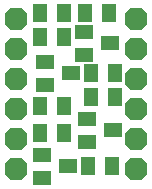
<source format=gbr>
G04 EAGLE Gerber RS-274X export*
G75*
%MOMM*%
%FSLAX34Y34*%
%LPD*%
%INSoldermask Top*%
%IPPOS*%
%AMOC8*
5,1,8,0,0,1.08239X$1,22.5*%
G01*
%ADD10R,1.552400X1.152400*%
%ADD11R,1.252400X1.552400*%
%ADD12P,2.089446X8X202.500000*%


D10*
X71960Y119380D03*
X49960Y109880D03*
X49960Y128880D03*
X104980Y144780D03*
X82980Y135280D03*
X82980Y154280D03*
D11*
X89060Y119380D03*
X109060Y119380D03*
X103980Y170180D03*
X83980Y170180D03*
X65880Y149860D03*
X45880Y149860D03*
X65880Y170180D03*
X45880Y170180D03*
D12*
X25400Y38100D03*
X25400Y63500D03*
X25400Y88900D03*
X25400Y114300D03*
X25400Y139700D03*
X25400Y165100D03*
X127000Y38100D03*
X127000Y63500D03*
X127000Y88900D03*
X127000Y114300D03*
X127000Y139700D03*
X127000Y165100D03*
D10*
X107520Y71120D03*
X85520Y61620D03*
X85520Y80620D03*
D11*
X65880Y91440D03*
X45880Y91440D03*
X109060Y99060D03*
X89060Y99060D03*
D10*
X69420Y40640D03*
X47420Y31140D03*
X47420Y50140D03*
D11*
X106520Y40640D03*
X86520Y40640D03*
X65880Y68580D03*
X45880Y68580D03*
M02*

</source>
